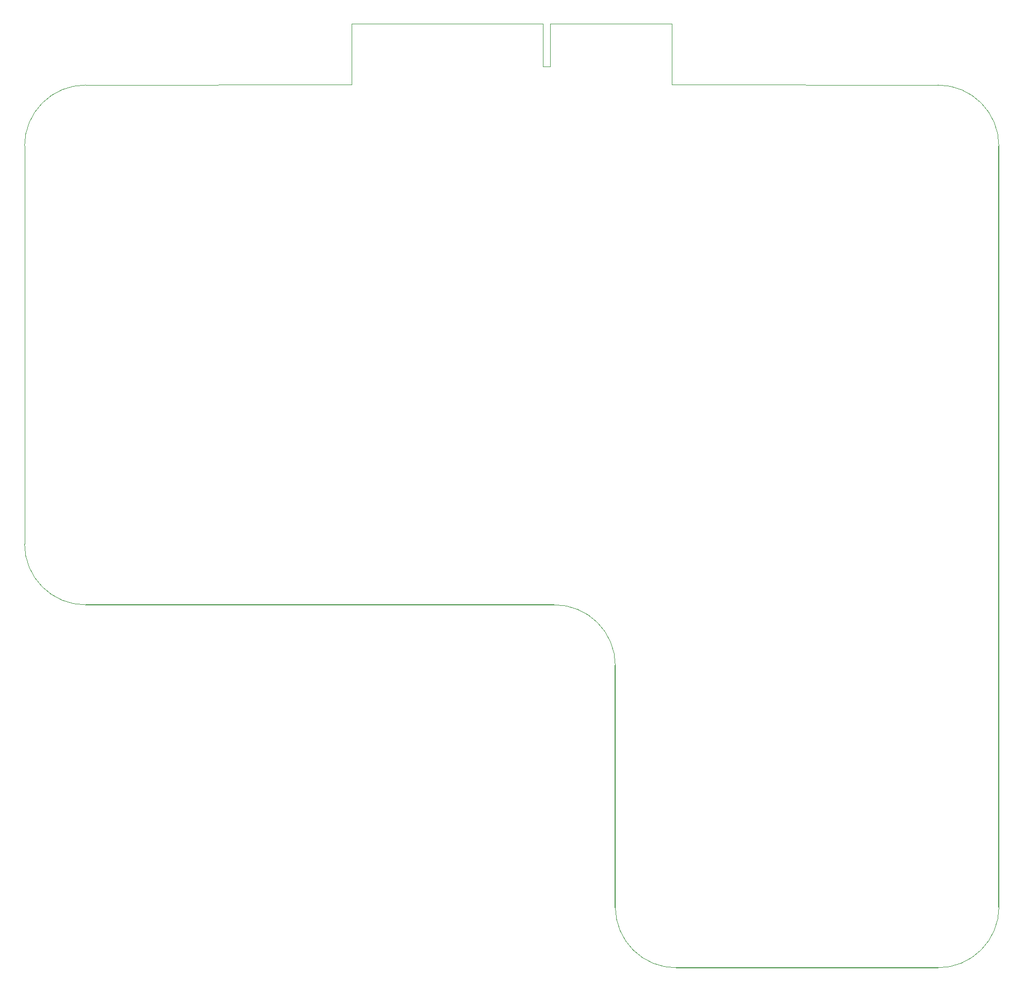
<source format=gm1>
G04 #@! TF.GenerationSoftware,KiCad,Pcbnew,(6.0.2)*
G04 #@! TF.CreationDate,2022-09-21T19:40:21+09:30*
G04 #@! TF.ProjectId,BSPD,42535044-2e6b-4696-9361-645f70636258,4*
G04 #@! TF.SameCoordinates,Original*
G04 #@! TF.FileFunction,Profile,NP*
%FSLAX46Y46*%
G04 Gerber Fmt 4.6, Leading zero omitted, Abs format (unit mm)*
G04 Created by KiCad (PCBNEW (6.0.2)) date 2022-09-21 19:40:21*
%MOMM*%
%LPD*%
G01*
G04 APERTURE LIST*
G04 #@! TA.AperFunction,Profile*
%ADD10C,0.050000*%
G04 #@! TD*
G04 #@! TA.AperFunction,Profile*
%ADD11C,0.200000*%
G04 #@! TD*
G04 #@! TA.AperFunction,Profile*
%ADD12C,0.120000*%
G04 #@! TD*
G04 APERTURE END LIST*
D10*
X27075500Y-23963325D02*
G75*
G03*
X17075500Y-33963325I-7J-9999993D01*
G01*
X114087500Y-158981620D02*
G75*
G03*
X124087500Y-168919620I9969000J31000D01*
G01*
D11*
X177087500Y-158919620D02*
X177075500Y-33963325D01*
D10*
X177075500Y-33963325D02*
G75*
G03*
X167075500Y-23963325I-10000003J-3D01*
G01*
D11*
X124087500Y-168919620D02*
X167087500Y-168919620D01*
D10*
X114087500Y-119257620D02*
G75*
G03*
X104087500Y-109319620I-9969000J-31000D01*
G01*
D11*
X114087500Y-158981620D02*
X114087500Y-119257620D01*
D10*
X167075500Y-23963325D02*
X123837500Y-23919620D01*
X27075500Y-23963325D02*
X70337500Y-23919620D01*
D11*
X27075500Y-109319620D02*
X104087500Y-109319620D01*
D10*
X17075500Y-99319620D02*
G75*
G03*
X27075500Y-109319620I9999999J-1D01*
G01*
X17075500Y-99319620D02*
X17075500Y-33963325D01*
X167087500Y-168919620D02*
G75*
G03*
X177087500Y-158919620I1J9999999D01*
G01*
D12*
X123362500Y-13919620D02*
X103412500Y-13919620D01*
X102172500Y-13919620D02*
X70812500Y-13919620D01*
X123837500Y-23919620D02*
X123362500Y-23919620D01*
X102172500Y-13919620D02*
X102172500Y-20919620D01*
X103412500Y-20919620D02*
X102172500Y-20919620D01*
X70337500Y-23919620D02*
X70812500Y-23919620D01*
X123362500Y-13919620D02*
X123362500Y-23919620D01*
X70812500Y-13919620D02*
X70812500Y-23919620D01*
X103412500Y-13919620D02*
X103412500Y-20919620D01*
M02*

</source>
